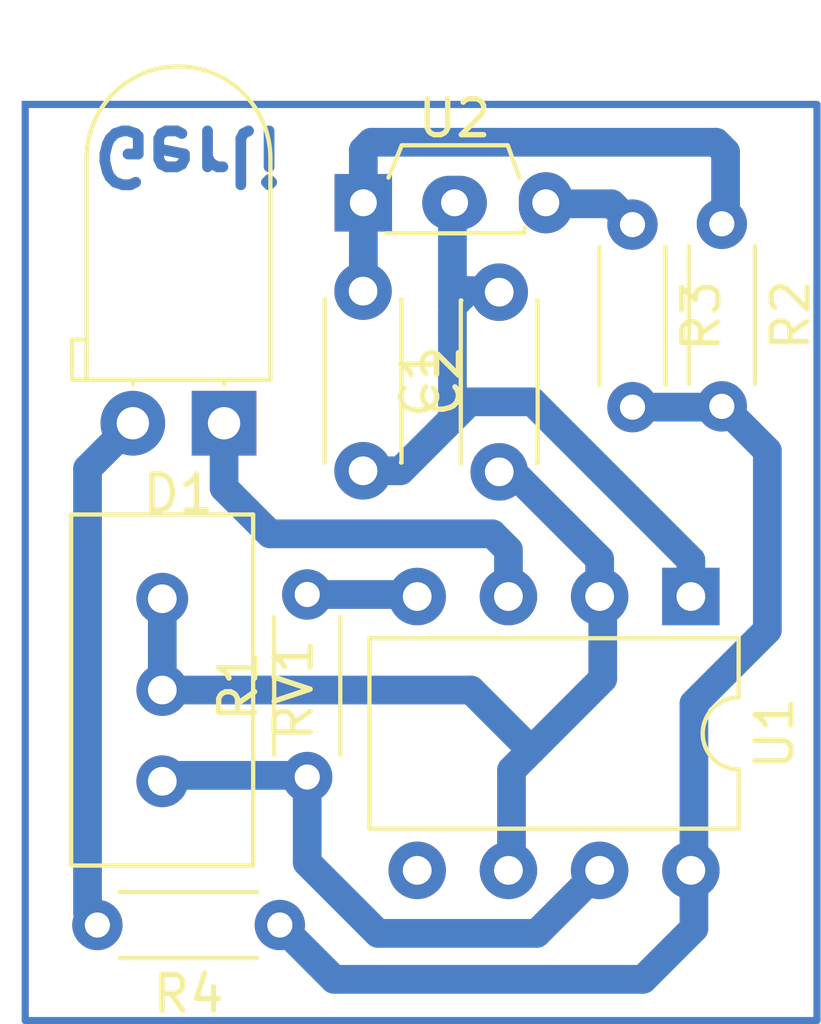
<source format=kicad_pcb>
(kicad_pcb (version 20221018) (generator pcbnew)
  (layers (0 "F.Cu" signal) (31 "B.Cu" signal) (34 "B.Paste" user) (35 "F.Paste" user) (36 "B.SilkS" user "B.Silkscreen") (37 "F.SilkS" user "F.Silkscreen") (38 "B.Mask" user) (39 "F.Mask" user) (44 "Edge.Cuts" user))
  (net 0 "")
  (net 1 "Net-(U1-THR)")
  (net 2 "GND")
  (net 3 "Net-(D1-K)")
  (net 4 "Net-(D1-A)")
  (net 5 "Net-(U1-DIS)")
  (net 6 "Net-(U1-R)")
  (net 7 "+5V")
  (net 8 "Sensores")
  (net 10 "Net-(U2-GND)")
  (footprint "Resistor_THT:R_Axial_DIN0204_L3.6mm_D1.6mm_P5.08mm_Horizontal" (layer "F.Cu") (at 120.417132 66.439927 90)
    (fp_text reference "R1" (at 2.54 -1.92 90) (layer "F.SilkS"))
    (fp_text value "1k8")
    (fp_line (start 0.62 -0.92) (end 4.46 -0.92) (stroke (width 0.12)) (layer "F.SilkS"))
    (fp_line (start 0.62 0.92) (end 4.46 0.92) (stroke (width 0.12)) (layer "F.SilkS"))
    (pad "1" thru_hole circle (at 0 0 90) (size 1.4 1.4) (drill 0.7) (layers "*.Cu" "*.Mask") (net 5 "Net-(U1-DIS)"))
    (pad "2" thru_hole oval (at 5.08 0 90) (size 1.4 1.4) (drill 0.7) (layers "*.Cu" "*.Mask") (net 6 "Net-(U1-R)"))
  )
  (footprint "Resistor_THT:R_Axial_DIN0204_L3.6mm_D1.6mm_P5.08mm_Horizontal" (layer "F.Cu") (at 119.654307 70.558269 180)
    (fp_text reference "R4" (at 2.54 -1.92) (layer "F.SilkS"))
    (fp_text value "100")
    (fp_line (start 0.62 -0.92) (end 4.46 -0.92) (stroke (width 0.12)) (layer "F.SilkS"))
    (fp_line (start 0.62 0.92) (end 4.46 0.92) (stroke (width 0.12)) (layer "F.SilkS"))
    (pad "1" thru_hole circle (at 0 0 180) (size 1.4 1.4) (drill 0.7) (layers "*.Cu" "*.Mask") (net 7 "+5V"))
    (pad "2" thru_hole oval (at 5.08 0 180) (size 1.4 1.4) (drill 0.7) (layers "*.Cu" "*.Mask") (net 4 "Net-(D1-A)"))
  )
  (footprint "Resistor_THT:R_Axial_DIN0204_L3.6mm_D1.6mm_P5.08mm_Horizontal" (layer "F.Cu") (at 131.961785 51.0444 -90)
    (fp_text reference "R2" (at 2.54 -1.92 90) (layer "F.SilkS"))
    (fp_text value "100")
    (fp_line (start 0.62 -0.92) (end 4.46 -0.92) (stroke (width 0.12)) (layer "F.SilkS"))
    (fp_line (start 0.62 0.92) (end 4.46 0.92) (stroke (width 0.12)) (layer "F.SilkS"))
    (pad "1" thru_hole circle (at 0 0 270) (size 1.4 1.4) (drill 0.7) (layers "*.Cu" "*.Mask") (net 10 "Net-(U2-GND)"))
    (pad "2" thru_hole oval (at 5.08 0 270) (size 1.4 1.4) (drill 0.7) (layers "*.Cu" "*.Mask") (net 7 "+5V"))
  )
  (footprint "Capacitor_THT:C_Disc_D4.3mm_W1.9mm_P5.00mm" (layer "F.Cu") (at 125.763468 57.947195 90)
    (fp_text reference "C1" (at 2.5 -2.2 90) (layer "F.SilkS"))
    (fp_text value "102")
    (fp_line (start 0.23 -1.07) (end 0.23 -1.055) (stroke (width 0.12)) (layer "F.SilkS"))
    (fp_line (start 0.23 -1.07) (end 4.77 -1.07) (stroke (width 0.12)) (layer "F.SilkS"))
    (fp_line (start 0.23 1.055) (end 0.23 1.07) (stroke (width 0.12)) (layer "F.SilkS"))
    (fp_line (start 0.23 1.07) (end 4.77 1.07) (stroke (width 0.12)) (layer "F.SilkS"))
    (fp_line (start 4.77 -1.07) (end 4.77 -1.055) (stroke (width 0.12)) (layer "F.SilkS"))
    (fp_line (start 4.77 1.055) (end 4.77 1.07) (stroke (width 0.12)) (layer "F.SilkS"))
    (pad "1" thru_hole circle (at 0 0 90) (size 1.6 1.6) (drill 0.8) (layers "*.Cu" "*.Mask") (net 1 "Net-(U1-THR)"))
    (pad "2" thru_hole circle (at 5 0 90) (size 1.6 1.6) (drill 0.8) (layers "*.Cu" "*.Mask") (net 2 "GND"))
  )
  (footprint "Package_DIP:DIP-8_W7.62mm" (layer "F.Cu") (at 131.09926 61.417169 -90)
    (fp_text reference "U1" (at 3.81 -2.33 90) (layer "F.SilkS"))
    (fp_text value "LM555xM")
    (fp_line (start 1.16 -1.33) (end 1.16 8.95) (stroke (width 0.12)) (layer "F.SilkS"))
    (fp_line (start 1.16 8.95) (end 6.46 8.95) (stroke (width 0.12)) (layer "F.SilkS"))
    (fp_line (start 2.81 -1.33) (end 1.16 -1.33) (stroke (width 0.12)) (layer "F.SilkS"))
    (fp_line (start 6.46 -1.33) (end 4.81 -1.33) (stroke (width 0.12)) (layer "F.SilkS"))
    (fp_line (start 6.46 8.95) (end 6.46 -1.33) (stroke (width 0.12)) (layer "F.SilkS"))
    (fp_arc (start 4.81 -1.33) (mid 3.81 -0.33) (end 2.81 -1.33) (stroke (width 0.12)) (layer "F.SilkS"))
    (pad "1" thru_hole rect (at 0 0 270) (size 1.6 1.6) (drill 0.8) (layers "*.Cu" "*.Mask") (net 2 "GND"))
    (pad "2" thru_hole oval (at 0 2.54 270) (size 1.6 1.6) (drill 0.8) (layers "*.Cu" "*.Mask") (net 1 "Net-(U1-THR)"))
    (pad "3" thru_hole oval (at 0 5.08 270) (size 1.6 1.6) (drill 0.8) (layers "*.Cu" "*.Mask") (net 3 "Net-(D1-K)"))
    (pad "4" thru_hole oval (at 0 7.62 270) (size 1.6 1.6) (drill 0.8) (layers "*.Cu" "*.Mask") (net 6 "Net-(U1-R)"))
    (pad "5" thru_hole oval (at 7.62 7.62 270) (size 1.6 1.6) (drill 0.8) (layers "*.Cu" "*.Mask"))
    (pad "6" thru_hole oval (at 7.62 5.08 270) (size 1.6 1.6) (drill 0.8) (layers "*.Cu" "*.Mask") (net 1 "Net-(U1-THR)"))
    (pad "7" thru_hole oval (at 7.62 2.54 270) (size 1.6 1.6) (drill 0.8) (layers "*.Cu" "*.Mask") (net 5 "Net-(U1-DIS)"))
    (pad "8" thru_hole oval (at 7.62 0 270) (size 1.6 1.6) (drill 0.8) (layers "*.Cu" "*.Mask") (net 7 "+5V"))
  )
  (footprint "LED_THT:LED_D5.0mm_Horizontal_O1.27mm_Z3.0mm" (layer "F.Cu") (at 118.101604 56.59412 180)
    (fp_text reference "D1" (at 1.27 -1.96) (layer "F.SilkS"))
    (fp_text value "LED")
    (fp_line (start -1.29 1.21) (end -1.29 7.37) (stroke (width 0.12)) (layer "F.SilkS"))
    (fp_line (start -1.29 1.21) (end 3.83 1.21) (stroke (width 0.12)) (layer "F.SilkS"))
    (fp_line (start 0 1.08) (end 0 1.08) (stroke (width 0.12)) (layer "F.SilkS"))
    (fp_line (start 0 1.08) (end 0 1.21) (stroke (width 0.12)) (layer "F.SilkS"))
    (fp_line (start 0 1.21) (end 0 1.08) (stroke (width 0.12)) (layer "F.SilkS"))
    (fp_line (start 0 1.21) (end 0 1.21) (stroke (width 0.12)) (layer "F.SilkS"))
    (fp_line (start 2.54 1.08) (end 2.54 1.08) (stroke (width 0.12)) (layer "F.SilkS"))
    (fp_line (start 2.54 1.08) (end 2.54 1.21) (stroke (width 0.12)) (layer "F.SilkS"))
    (fp_line (start 2.54 1.21) (end 2.54 1.08) (stroke (width 0.12)) (layer "F.SilkS"))
    (fp_line (start 2.54 1.21) (end 2.54 1.21) (stroke (width 0.12)) (layer "F.SilkS"))
    (fp_line (start 3.83 1.21) (end 3.83 7.37) (stroke (width 0.12)) (layer "F.SilkS"))
    (fp_line (start 3.83 1.21) (end 4.23 1.21) (stroke (width 0.12)) (layer "F.SilkS"))
    (fp_line (start 3.83 2.33) (end 3.83 1.21) (stroke (width 0.12)) (layer "F.SilkS"))
    (fp_line (start 4.23 1.21) (end 4.23 2.33) (stroke (width 0.12)) (layer "F.SilkS"))
    (fp_line (start 4.23 2.33) (end 3.83 2.33) (stroke (width 0.12)) (layer "F.SilkS"))
    (fp_arc (start 3.83 7.37) (mid 1.27 9.93) (end -1.29 7.37) (stroke (width 0.12)) (layer "F.SilkS"))
    (pad "1" thru_hole rect (at 0 0 180) (size 1.8 1.8) (drill 0.9) (layers "*.Cu" "*.Mask") (net 3 "Net-(D1-K)"))
    (pad "2" thru_hole circle (at 2.54 0 180) (size 1.8 1.8) (drill 0.9) (layers "*.Cu" "*.Mask") (net 4 "Net-(D1-A)"))
  )
  (footprint "Package_TO_SOT_THT:TO-92S_Wide" (layer "F.Cu") (at 121.979248 50.458755)
    (fp_text reference "U2" (at 2.54 -2.35) (layer "F.SilkS"))
    (fp_text value "TSOP17xx")
    (fp_line (start 0.62 0.85) (end 4.47 0.85) (stroke (width 0.12)) (layer "F.SilkS"))
    (fp_line (start 1.07 -1.6) (end 0.7 -0.7) (stroke (width 0.12)) (layer "F.SilkS"))
    (fp_line (start 4.02 -1.6) (end 1.07 -1.6) (stroke (width 0.12)) (layer "F.SilkS"))
    (fp_line (start 4.35 -0.7) (end 4.02 -1.6) (stroke (width 0.12)) (layer "F.SilkS"))
    (fp_line (start 4.47 0.85) (end 4.5 0.7) (stroke (width 0.12)) (layer "F.SilkS"))
    (pad "1" thru_hole rect (at 0 0) (size 1.6 1.6) (drill 0.75) (layers "*.Cu" "*.Mask") (net 10 "Net-(U2-GND)"))
    (pad "2" thru_hole oval (at 2.54 0) (size 1.8 1.5) (drill 0.75) (layers "*.Cu" "*.Mask") (net 2 "GND"))
    (pad "3" thru_hole oval (at 5.08 0) (size 1.5 1.7) (drill 0.75) (layers "*.Cu" "*.Mask") (net 8 "Sensores"))
  )
  (footprint "Capacitor_THT:C_Disc_D4.3mm_W1.9mm_P5.00mm" (layer "F.Cu") (at 121.971559 52.917571 -90)
    (fp_text reference "C2" (at 2.5 -2.2 90) (layer "F.SilkS"))
    (fp_text value "104")
    (fp_line (start 0.23 -1.07) (end 0.23 -1.055) (stroke (width 0.12)) (layer "F.SilkS"))
    (fp_line (start 0.23 -1.07) (end 4.77 -1.07) (stroke (width 0.12)) (layer "F.SilkS"))
    (fp_line (start 0.23 1.055) (end 0.23 1.07) (stroke (width 0.12)) (layer "F.SilkS"))
    (fp_line (start 0.23 1.07) (end 4.77 1.07) (stroke (width 0.12)) (layer "F.SilkS"))
    (fp_line (start 4.77 -1.07) (end 4.77 -1.055) (stroke (width 0.12)) (layer "F.SilkS"))
    (fp_line (start 4.77 1.055) (end 4.77 1.07) (stroke (width 0.12)) (layer "F.SilkS"))
    (pad "1" thru_hole circle (at 0 0 270) (size 1.6 1.6) (drill 0.8) (layers "*.Cu" "*.Mask") (net 10 "Net-(U2-GND)"))
    (pad "2" thru_hole circle (at 5 0 270) (size 1.6 1.6) (drill 0.8) (layers "*.Cu" "*.Mask") (net 2 "GND"))
  )
  (footprint "Resistor_THT:R_Axial_DIN0204_L3.6mm_D1.6mm_P5.08mm_Horizontal" (layer "F.Cu") (at 129.473345 51.066618 -90)
    (fp_text reference "R3" (at 2.54 -1.92 90) (layer "F.SilkS"))
    (fp_text value "22k")
    (fp_line (start 0.62 -0.92) (end 4.46 -0.92) (stroke (width 0.12)) (layer "F.SilkS"))
    (fp_line (start 0.62 0.92) (end 4.46 0.92) (stroke (width 0.12)) (layer "F.SilkS"))
    (pad "1" thru_hole circle (at 0 0 270) (size 1.4 1.4) (drill 0.7) (layers "*.Cu" "*.Mask") (net 8 "Sensores"))
    (pad "2" thru_hole oval (at 5.08 0 270) (size 1.4 1.4) (drill 0.7) (layers "*.Cu" "*.Mask") (net 7 "+5V"))
  )
  (footprint "Potentiometer_THT:Potentiometer_Bourns_3296W_Vertical" (layer "F.Cu") (at 116.380823 66.558425 -90)
    (fp_text reference "RV1" (at -2.54 -3.66 90) (layer "F.SilkS"))
    (fp_text value "pote")
    (fp_line (start -7.425 -2.53) (end -7.425 2.54) (stroke (width 0.12)) (layer "F.SilkS"))
    (fp_line (start -7.425 -2.53) (end 2.345 -2.53) (stroke (width 0.12)) (layer "F.SilkS"))
    (fp_line (start -7.425 2.54) (end 2.345 2.54) (stroke (width 0.12)) (layer "F.SilkS"))
    (fp_line (start 2.345 -2.53) (end 2.345 2.54) (stroke (width 0.12)) (layer "F.SilkS"))
    (pad "1" thru_hole circle (at 0 0 270) (size 1.44 1.44) (drill 0.8) (layers "*.Cu" "*.Mask") (net 5 "Net-(U1-DIS)"))
    (pad "2" thru_hole circle (at -2.54 0 270) (size 1.44 1.44) (drill 0.8) (layers "*.Cu" "*.Mask") (net 1 "Net-(U1-THR)"))
    (pad "3" thru_hole circle (at -5.08 0 270) (size 1.44 1.44) (drill 0.8) (layers "*.Cu" "*.Mask") (net 1 "Net-(U1-THR)"))
  )
  (gr_rect (start 112.564435 47.721929) (end 134.61046 73.217331) (stroke (width 0.2)) (fill none) (layer "B.Cu"))
  (gr_text "Gerli" (at 114.3 48.26 180) (layer "B.Cu") (effects (font (size 1.5 1.5) (thickness 0.3) bold) (justify left bottom mirror)))
  (segment (start 126.104995 69.060829) (end 126.104995 66.247935) (width 0.8) (layer "B.Cu") (net 1))
  (segment (start 116.380823 61.478425) (end 116.380823 64.018425) (width 0.8) (layer "B.Cu") (net 1))
  (segment (start 128.55926 60.375936) (end 128.55926 61.417169) (width 0.8) (layer "B.Cu") (net 1))
  (segment (start 126.656465 65.696465) (end 128.644995 63.707935) (width 0.8) (layer "B.Cu") (net 1))
  (segment (start 126.130519 57.947195) (end 128.55926 60.375936) (width 0.8) (layer "B.Cu") (net 1))
  (segment (start 116.380823 64.018425) (end 124.978425 64.018425) (width 0.8) (layer "B.Cu") (net 1))
  (segment (start 125.763468 57.947195) (end 126.130519 57.947195) (width 0.8) (layer "B.Cu") (net 1))
  (segment (start 128.644995 63.707935) (end 128.644995 61.440829) (width 0.8) (layer "B.Cu") (net 1))
  (segment (start 126.104995 66.247935) (end 126.656465 65.696465) (width 0.8) (layer "B.Cu") (net 1))
  (segment (start 124.978425 64.018425) (end 126.656465 65.696465) (width 0.8) (layer "B.Cu") (net 1))
  (segment (start 128.55926 61.417169) (end 128.58292 61.440829) (width 0.8) (layer "B.Cu") (net 1))
  (segment (start 128.58292 61.440829) (end 128.644995 61.440829) (width 0.8) (layer "B.Cu") (net 1))
  (segment (start 128.637872 61.433706) (end 128.644995 61.440829) (width 0.8) (layer "B.Cu") (net 1))
  (segment (start 125.719032 52.902759) (end 124.897241 52.902759) (width 0.8) (layer "B.Cu") (net 2))
  (segment (start 124.46 50.518003) (end 124.519248 50.458755) (width 0.8) (layer "B.Cu") (net 2))
  (segment (start 124.46 55.8) (end 124.46 53.34) (width 0.8) (layer "B.Cu") (net 2))
  (segment (start 125.763468 52.947195) (end 125.719032 52.902759) (width 0.8) (layer "B.Cu") (net 2))
  (segment (start 123.014348 57.917571) (end 124.46 56.471919) (width 0.8) (layer "B.Cu") (net 2))
  (segment (start 121.971559 57.917571) (end 123.014348 57.917571) (width 0.8) (layer "B.Cu") (net 2))
  (segment (start 124.933422 55.998497) (end 126.692577 55.998497) (width 0.8) (layer "B.Cu") (net 2))
  (segment (start 126.692577 55.998497) (end 131.09926 60.40518) (width 0.8) (layer "B.Cu") (net 2))
  (segment (start 131.09926 60.40518) (end 131.09926 61.417169) (width 0.8) (layer "B.Cu") (net 2))
  (segment (start 131.12292 61.440829) (end 131.184995 61.440829) (width 0.8) (layer "B.Cu") (net 2))
  (segment (start 131.09926 61.417169) (end 131.12292 61.440829) (width 0.8) (layer "B.Cu") (net 2))
  (segment (start 124.897241 52.902759) (end 124.46 53.34) (width 0.8) (layer "B.Cu") (net 2))
  (segment (start 124.46 56.471919) (end 124.933422 55.998497) (width 0.8) (layer "B.Cu") (net 2))
  (segment (start 124.46 56.471919) (end 124.46 55.8) (width 0.8) (layer "B.Cu") (net 2))
  (segment (start 124.46 53.34) (end 124.46 50.518003) (width 0.8) (layer "B.Cu") (net 2))
  (segment (start 118.101604 58.394078) (end 119.379717 59.672191) (width 0.8) (layer "B.Cu") (net 3))
  (segment (start 126.01926 60.120258) (end 126.01926 61.417169) (width 0.8) (layer "B.Cu") (net 3))
  (segment (start 125.571193 59.672191) (end 126.01926 60.120258) (width 0.8) (layer "B.Cu") (net 3))
  (segment (start 119.379717 59.672191) (end 125.571193 59.672191) (width 0.8) (layer "B.Cu") (net 3))
  (segment (start 118.101604 56.59412) (end 118.101604 58.394078) (width 0.8) (layer "B.Cu") (net 3))
  (segment (start 114.58143 70.497889) (end 114.3 70.216459) (width 0.8) (layer "B.Cu") (net 4))
  (segment (start 114.3 70.216459) (end 114.3 57.855724) (width 0.8) (layer "B.Cu") (net 4))
  (segment (start 114.3 57.855724) (end 115.561604 56.59412) (width 0.8) (layer "B.Cu") (net 4))
  (segment (start 120.417132 68.81982) (end 120.417132 66.439927) (width 0.8) (layer "B.Cu") (net 5))
  (segment (start 116.380823 66.558425) (end 116.546895 66.392353) (width 0.8) (layer "B.Cu") (net 5))
  (segment (start 120.369558 66.392353) (end 120.417132 66.439927) (width 0.8) (layer "B.Cu") (net 5))
  (segment (start 128.55926 69.037169) (end 126.805049 70.79138) (width 0.8) (layer "B.Cu") (net 5))
  (segment (start 128.644995 69.060829) (end 128.621335 69.037169) (width 0.8) (layer "B.Cu") (net 5))
  (segment (start 126.805049 70.79138) (end 122.388692 70.79138) (width 0.8) (layer "B.Cu") (net 5))
  (segment (start 116.546895 66.392353) (end 120.369558 66.392353) (width 0.8) (layer "B.Cu") (net 5))
  (segment (start 122.388692 70.79138) (end 120.417132 68.81982) (width 0.8) (layer "B.Cu") (net 5))
  (segment (start 128.621335 69.037169) (end 128.55926 69.037169) (width 0.8) (layer "B.Cu") (net 5))
  (segment (start 123.47926 61.417169) (end 123.422018 61.359927) (width 0.8) (layer "B.Cu") (net 6))
  (segment (start 123.422018 61.359927) (end 120.417132 61.359927) (width 0.8) (layer "B.Cu") (net 6))
  (segment (start 133.228789 62.351211) (end 133.228789 57.362062) (width 0.8) (layer "B.Cu") (net 7))
  (segment (start 119.654307 70.558269) (end 121.165993 72.069955) (width 0.8) (layer "B.Cu") (net 7))
  (segment (start 132.013345 56.146618) (end 129.473345 56.146618) (width 0.8) (layer "B.Cu") (net 7))
  (segment (start 131.184995 64.395005) (end 133.228789 62.351211) (width 0.8) (layer "B.Cu") (net 7))
  (segment (start 133.228789 57.362062) (end 132.013345 56.146618) (width 0.8) (layer "B.Cu") (net 7))
  (segment (start 129.766167 72.069955) (end 131.184995 70.651127) (width 0.8) (layer "B.Cu") (net 7))
  (segment (start 121.165993 72.069955) (end 129.766167 72.069955) (width 0.8) (layer "B.Cu") (net 7))
  (segment (start 131.184995 70.651127) (end 131.184995 64.395005) (width 0.8) (layer "B.Cu") (net 7))
  (segment (start 128.895106 50.488379) (end 127.207653 50.488379) (width 0.8) (layer "B.Cu") (net 8))
  (segment (start 129.473345 51.066618) (end 128.895106 50.488379) (width 0.8) (layer "B.Cu") (net 8))
  (segment (start 131.799134 48.774156) (end 132.065753 49.040775) (width 0.8) (layer "B.Cu") (net 10))
  (segment (start 121.979248 50.458755) (end 121.979248 48.995773) (width 0.8) (layer "B.Cu") (net 10))
  (segment (start 132.065753 49.040775) (end 132.065753 50.940432) (width 0.8) (layer "B.Cu") (net 10))
  (segment (start 132.065753 50.940432) (end 131.961785 51.0444) (width 0.8) (layer "B.Cu") (net 10))
  (segment (start 122.200865 48.774156) (end 131.799134 48.774156) (width 0.8) (layer "B.Cu") (net 10))
  (segment (start 121.979248 52.909882) (end 121.979248 50.458755) (width 0.8) (layer "B.Cu") (net 10))
  (segment (start 121.979248 48.995773) (end 122.200865 48.774156) (width 0.8) (layer "B.Cu") (net 10))
)
</source>
